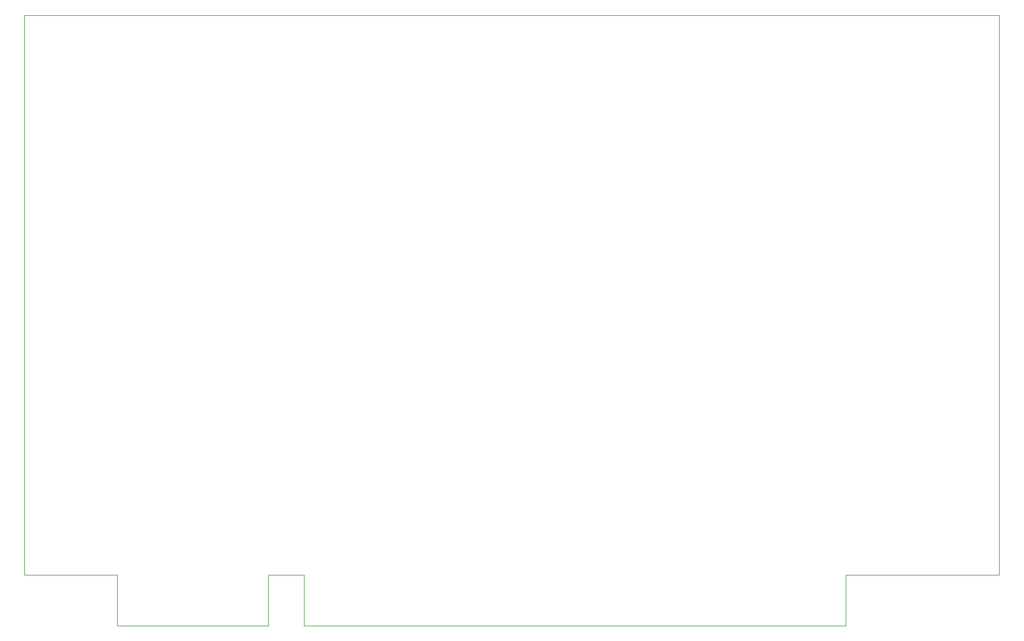
<source format=gbr>
G04 #@! TF.GenerationSoftware,KiCad,Pcbnew,(5.1.8)-1*
G04 #@! TF.CreationDate,2023-02-17T13:11:45-07:00*
G04 #@! TF.ProjectId,V40 64K 640K ISA,56343020-3634-44b2-9036-34304b204953,rev?*
G04 #@! TF.SameCoordinates,Original*
G04 #@! TF.FileFunction,Profile,NP*
%FSLAX46Y46*%
G04 Gerber Fmt 4.6, Leading zero omitted, Abs format (unit mm)*
G04 Created by KiCad (PCBNEW (5.1.8)-1) date 2023-02-17 13:11:45*
%MOMM*%
%LPD*%
G01*
G04 APERTURE LIST*
G04 #@! TA.AperFunction,Profile*
%ADD10C,0.050000*%
G04 #@! TD*
G04 APERTURE END LIST*
D10*
X54983380Y-125958600D02*
X41140380Y-125958600D01*
X41140380Y-42138600D02*
X186936380Y-42138600D01*
X41140380Y-42138600D02*
X41140380Y-125958600D01*
X186936380Y-125958600D02*
X186936380Y-42138600D01*
X77589380Y-133578600D02*
X77589380Y-125958600D01*
X54983380Y-125958600D02*
X54983380Y-133578600D01*
X54983380Y-133578600D02*
X77589380Y-133578600D01*
X77589380Y-125958600D02*
X82923380Y-125958600D01*
X82923380Y-133578600D02*
X82923380Y-125958600D01*
X163949380Y-133578600D02*
X82923380Y-133578600D01*
X163949380Y-125958600D02*
X163949380Y-133578600D01*
X163949380Y-125958600D02*
X186936380Y-125958600D01*
M02*

</source>
